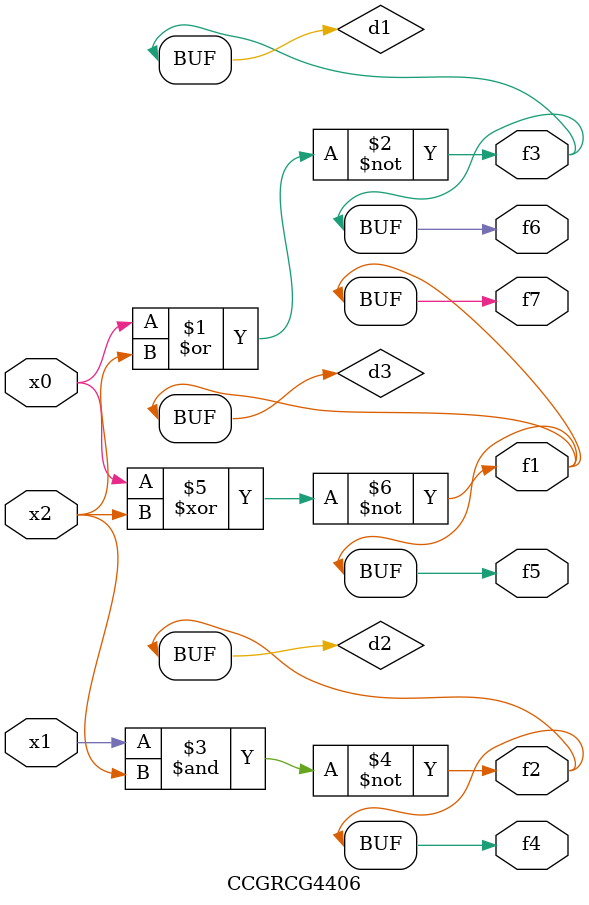
<source format=v>
module CCGRCG4406(
	input x0, x1, x2,
	output f1, f2, f3, f4, f5, f6, f7
);

	wire d1, d2, d3;

	nor (d1, x0, x2);
	nand (d2, x1, x2);
	xnor (d3, x0, x2);
	assign f1 = d3;
	assign f2 = d2;
	assign f3 = d1;
	assign f4 = d2;
	assign f5 = d3;
	assign f6 = d1;
	assign f7 = d3;
endmodule

</source>
